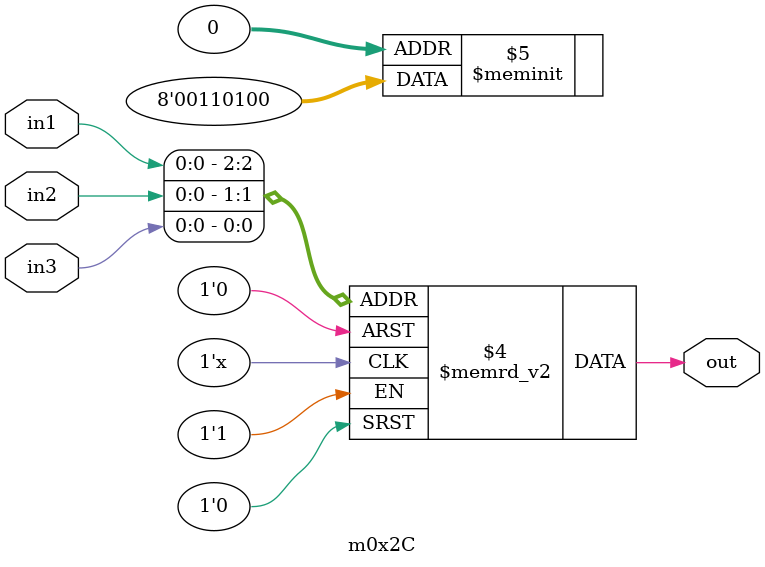
<source format=v>
module m0x2C(output out, input in1, in2, in3);

   always @(in1, in2, in3)
     begin
        case({in1, in2, in3})
          3'b000: {out} = 1'b0;
          3'b001: {out} = 1'b0;
          3'b010: {out} = 1'b1;
          3'b011: {out} = 1'b0;
          3'b100: {out} = 1'b1;
          3'b101: {out} = 1'b1;
          3'b110: {out} = 1'b0;
          3'b111: {out} = 1'b0;
        endcase // case ({in1, in2, in3})
     end // always @ (in1, in2, in3)

endmodule // m0x2C
</source>
